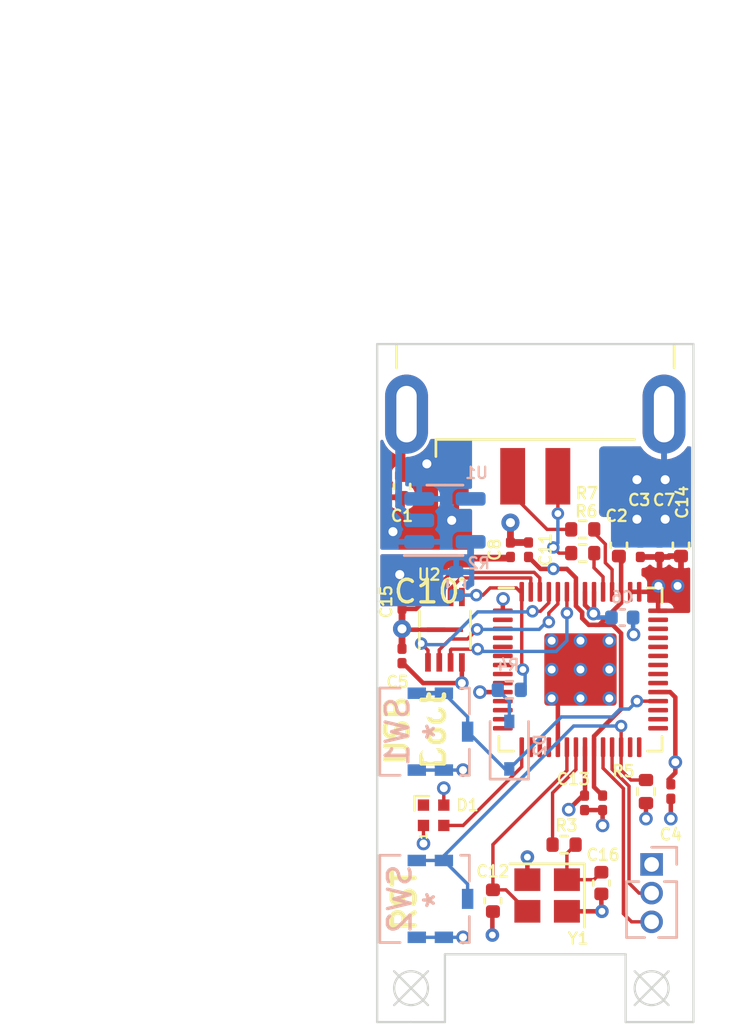
<source format=kicad_pcb>
(kicad_pcb (version 20211014) (generator pcbnew)
  (layers (0 "F.Cu" signal) (1 "In1.Cu" signal) (2 "In2.Cu" signal) (31 "B.Cu" signal) (34 "B.Paste" user) (35 "F.Paste" user) (36 "B.SilkS" user "B.Silkscreen") (37 "F.SilkS" user "F.Silkscreen") (38 "B.Mask" user) (39 "F.Mask" user) (44 "Edge.Cuts" user))
  (net 0 "")
  (net 1 "GND")
  (net 2 "+5V")
  (net 3 "+3V3")
  (net 4 "+1V1")
  (net 5 "Net-(C16-Pad2)")
  (net 6 "Net-(D2-Pad2)")
  (net 7 "/USBR_+")
  (net 36 "/QSPI_SD0")
  (net 37 "/X_IN")
  (net 38 "/RGB_DI")
  (net 39 "/USB_BOOT")
  (net 40 "/SWD")
  (net 41 "/SWCLK")
  (net 42 "/QSPI_CS")
  (net 43 "/X_OUT")
  (net 44 "/RESET")
  (net 45 "/QSPI_SD1")
  (net 46 "/QSPI_SD2")
  (net 47 "/QSPI_SD3")
  (net 48 "/QSPI_SCLK")
  (net 49 "/USB_-")
  (net 50 "/USB_+")
  (net 51 "/USBR_-")
  (footprint "Resistor_SMD:R_0402_1005Metric" (layer "F.Cu") (at 89.1 48.2 180)
    (fp_text reference "R7" (at -0.18 1.6 180) (layer "F.SilkS") (effects (font (size 0.5 0.5) (thickness 0.1))))
    (fp_text value "27.4")
    (pad "1" smd roundrect (at -0.51 0 180) (size 0.54 0.64) (layers "F.Cu" "F.Paste" "F.Mask") (net 51 "/USBR_-"))
    (pad "2" smd roundrect (at 0.51 0 180) (size 0.54 0.64) (layers "F.Cu" "F.Paste" "F.Mask") (net 49 "/USB_-"))
  )
  (footprint "Capacitor_SMD:C_0201_0603Metric" (layer "F.Cu") (at 91.65 49.1 -90)
    (fp_text reference "C3" (at -2.2 0.05) (layer "F.SilkS") (effects (font (size 0.5 0.5) (thickness 0.1))))
    (fp_text value "0.1uF")
    (pad "1" smd roundrect (at -0.32 0 270) (size 0.46 0.4) (layers "F.Cu" "F.Mask") (net 1 "GND"))
    (pad "2" smd roundrect (at 0.32 0 270) (size 0.46 0.4) (layers "F.Cu" "F.Mask") (net 3 "+3V3"))
  )
  (footprint "Capacitor_SMD:C_0402_1005Metric" (layer "F.Cu") (at 89.925 63.85 90)
    (fp_text reference "C16" (at 1.25 0.075 180) (layer "F.SilkS") (effects (font (size 0.5 0.5) (thickness 0.1))))
    (fp_text value "26pF")
    (pad "1" smd roundrect (at -0.48 0 90) (size 0.56 0.62) (layers "F.Cu" "F.Paste" "F.Mask") (net 1 "GND"))
    (pad "2" smd roundrect (at 0.48 0 90) (size 0.56 0.62) (layers "F.Cu" "F.Paste" "F.Mask") (net 5 "Net-(C16-Pad2)"))
  )
  (footprint "LED_SMD:LED_SK6812_EC15_1.5x1.5mm" (layer "F.Cu") (at 82.5 60.85 90)
    (fp_text reference "D1" (at 0.45 1.5 180) (layer "F.SilkS") (effects (font (size 0.5 0.5) (thickness 0.1))))
    (fp_text value "SK6812")
    (fp_text user "1" (at -0.925 -0.45 90) (layer "F.SilkS") (effects (font (size 0.3 0.3) (thickness 0.075))))
    (pad "1" smd rect (at -0.45 -0.45 90) (size 0.5 0.5) (layers "F.Cu" "F.Paste" "F.Mask") (net 1 "GND"))
    (pad "2" smd rect (at -0.45 0.45 90) (size 0.5 0.5) (layers "F.Cu" "F.Paste" "F.Mask") (net 38 "/RGB_DI"))
    (pad "3" smd rect (at 0.45 0.45 90) (size 0.5 0.5) (layers "F.Cu" "F.Paste" "F.Mask") (net 3 "+3V3"))
    (pad "4" smd rect (at 0.45 -0.45 90) (size 0.5 0.5) (layers "F.Cu" "F.Paste" "F.Mask"))
  )
  (footprint "Resistor_SMD:R_0402_1005Metric" (layer "F.Cu") (at 88.275 62.15 180)
    (fp_text reference "R3" (at -0.105 0.85) (layer "F.SilkS") (effects (font (size 0.5 0.5) (thickness 0.1))))
    (fp_text value "1k" hide)
    (pad "1" smd roundrect (at -0.51 0 180) (size 0.54 0.64) (layers "F.Cu" "F.Paste" "F.Mask") (net 5 "Net-(C16-Pad2)"))
    (pad "2" smd roundrect (at 0.51 0 180) (size 0.54 0.64) (layers "F.Cu" "F.Paste" "F.Mask") (net 43 "/X_OUT"))
  )
  (footprint "Capacitor_SMD:C_0201_0603Metric" (layer "F.Cu") (at 85.9 49.1 -90)
    (fp_text reference "C8" (at 0 0.7 -90) (layer "F.SilkS") (effects (font (size 0.5 0.5) (thickness 0.1))))
    (fp_text value "0.1uF")
    (pad "1" smd roundrect (at -0.32 0 270) (size 0.46 0.4) (layers "F.Cu" "F.Mask") (net 1 "GND"))
    (pad "2" smd roundrect (at 0.32 0 270) (size 0.46 0.4) (layers "F.Cu" "F.Mask") (net 3 "+3V3"))
  )
  (footprint "Crystal:Crystal_SMD_2520-4Pin_2.5x2.0mm" (layer "F.Cu") (at 87.525 64.4 180)
    (fp_text reference "Y1" (at -1.375 -1.9) (layer "F.SilkS") (effects (font (size 0.5 0.5) (thickness 0.1))))
    (fp_text value "Crystal_GND24" hide)
    (pad "1" smd rect (at -0.875 0.7 180) (size 1.15 1) (layers "F.Cu" "F.Paste" "F.Mask") (net 5 "Net-(C16-Pad2)"))
    (pad "2" smd rect (at 0.875 0.7 180) (size 1.15 1) (layers "F.Cu" "F.Paste" "F.Mask") (net 1 "GND"))
    (pad "3" smd rect (at 0.875 -0.7 180) (size 1.15 1) (layers "F.Cu" "F.Paste" "F.Mask") (net 37 "/X_IN"))
    (pad "4" smd rect (at -0.875 -0.7 180) (size 1.15 1) (layers "F.Cu" "F.Paste" "F.Mask") (net 1 "GND"))
  )
  (footprint "Capacitor_SMD:C_0201_0603Metric" (layer "F.Cu") (at 92.5 49.1 -90)
    (fp_text reference "C7" (at -2.2 -0.2 180) (layer "F.SilkS") (effects (font (size 0.5 0.5) (thickness 0.1))))
    (fp_text value "0.1uF")
    (pad "1" smd roundrect (at -0.32 0 270) (size 0.46 0.4) (layers "F.Cu" "F.Mask") (net 1 "GND"))
    (pad "2" smd roundrect (at 0.32 0 270) (size 0.46 0.4) (layers "F.Cu" "F.Mask") (net 3 "+3V3"))
  )
  (footprint "Capacitor_SMD:C_0201_0603Metric" (layer "F.Cu") (at 81.1 51.4 90)
    (fp_text reference "C15" (at 0 -0.7 90) (layer "F.SilkS") (effects (font (size 0.5 0.5) (thickness 0.1))))
    (fp_text value "0.1uF")
    (pad "1" smd roundrect (at -0.32 0 90) (size 0.46 0.4) (layers "F.Cu" "F.Mask") (net 1 "GND"))
    (pad "2" smd roundrect (at 0.32 0 90) (size 0.46 0.4) (layers "F.Cu" "F.Mask") (net 3 "+3V3"))
  )
  (footprint "Capacitor_SMD:C_0402_1005Metric" (layer "F.Cu") (at 81.1 46.3 -90)
    (fp_text reference "C1" (at 1.3 0 180) (layer "F.SilkS") (effects (font (size 0.5 0.5) (thickness 0.1))))
    (fp_text value "1uF")
    (pad "1" smd roundrect (at -0.48 0 270) (size 0.56 0.62) (layers "F.Cu" "F.Paste" "F.Mask") (net 1 "GND"))
    (pad "2" smd roundrect (at 0.48 0 270) (size 0.56 0.62) (layers "F.Cu" "F.Paste" "F.Mask") (net 2 "+5V"))
  )
  (footprint "Capacitor_SMD:C_0201_0603Metric" (layer "F.Cu") (at 93 59.8 90)
    (fp_text reference "C4" (at -1.9 0 180) (layer "F.SilkS") (effects (font (size 0.5 0.5) (thickness 0.1))))
    (fp_text value "0.1uF")
    (pad "1" smd roundrect (at -0.32 0 90) (size 0.46 0.4) (layers "F.Cu" "F.Mask") (net 1 "GND"))
    (pad "2" smd roundrect (at 0.32 0 90) (size 0.46 0.4) (layers "F.Cu" "F.Mask") (net 3 "+3V3"))
  )
  (footprint "Resistor_SMD:R_0402_1005Metric" (layer "F.Cu") (at 91.9 59.8 90)
    (fp_text reference "R5" (at 0.9 -1) (layer "F.SilkS") (effects (font (size 0.5 0.5) (thickness 0.1))))
    (fp_text value "10k" hide)
    (pad "1" smd roundrect (at -0.51 0 90) (size 0.54 0.64) (layers "F.Cu" "F.Paste" "F.Mask") (net 3 "+3V3"))
    (pad "2" smd roundrect (at 0.51 0 90) (size 0.54 0.64) (layers "F.Cu" "F.Paste" "F.Mask") (net 44 "/RESET"))
  )
  (footprint "Capacitor_SMD:C_0201_0603Metric" (layer "F.Cu") (at 89.98 60.3 90)
    (fp_text reference "C9" hide)
    (fp_text value "0.1uF")
    (pad "1" smd roundrect (at -0.32 0 90) (size 0.46 0.4) (layers "F.Cu" "F.Mask") (net 1 "GND"))
    (pad "2" smd roundrect (at 0.32 0 90) (size 0.46 0.4) (layers "F.Cu" "F.Mask") (net 4 "+1V1"))
  )
  (footprint "Capacitor_SMD:C_0201_0603Metric" (layer "F.Cu") (at 82.2 49.9 180)
    (fp_text reference "C10" (at 0 -1.05) (layer "F.SilkS"))
    (fp_text value "0.1uF")
    (pad "1" smd roundrect (at -0.32 0 180) (size 0.46 0.4) (layers "F.Cu" "F.Mask") (net 1 "GND"))
    (pad "2" smd roundrect (at 0.32 0 180) (size 0.46 0.4) (layers "F.Cu" "F.Mask") (net 3 "+3V3"))
  )
  (footprint "RP2040_minimal:RP2040-QFN-56" (layer "F.Cu") (at 89 54.4)
    (fp_text reference "U3" hide)
    (fp_text value "RP2040" hide)
    (pad "1" smd roundrect locked (at -3.4375 -2.6) (size 0.875 0.2) (layers "F.Cu" "F.Paste" "F.Mask") (net 3 "+3V3"))
    (pad "2" smd roundrect locked (at -3.4375 -2.2) (size 0.875 0.2) (layers "F.Cu" "F.Paste" "F.Mask"))
    (pad "3" smd roundrect locked (at -3.4375 -1.8) (size 0.875 0.2) (layers "F.Cu" "F.Paste" "F.Mask"))
    (pad "4" smd roundrect locked (at -3.4375 -1.4) (size 0.875 0.2) (layers "F.Cu" "F.Paste" "F.Mask"))
    (pad "5" smd roundrect locked (at -3.4375 -1) (size 0.875 0.2) (layers "F.Cu" "F.Paste" "F.Mask"))
    (pad "6" smd roundrect locked (at -3.4375 -0.6) (size 0.875 0.2) (layers "F.Cu" "F.Paste" "F.Mask"))
    (pad "7" smd roundrect locked (at -3.4375 -0.2) (size 0.875 0.2) (layers "F.Cu" "F.Paste" "F.Mask"))
    (pad "8" smd roundrect locked (at -3.4375 0.2) (size 0.875 0.2) (layers "F.Cu" "F.Paste" "F.Mask"))
    (pad "9" smd roundrect locked (at -3.4375 0.6) (size 0.875 0.2) (layers "F.Cu" "F.Paste" "F.Mask"))
    (pad "10" smd roundrect locked (at -3.4375 1) (size 0.875 0.2) (layers "F.Cu" "F.Paste" "F.Mask") (net 3 "+3V3"))
    (pad "11" smd roundrect locked (at -3.4375 1.4) (size 0.875 0.2) (layers "F.Cu" "F.Paste" "F.Mask"))
    (pad "12" smd roundrect locked (at -3.4375 1.8) (size 0.875 0.2) (layers "F.Cu" "F.Paste" "F.Mask"))
    (pad "13" smd roundrect locked (at -3.4375 2.2) (size 0.875 0.2) (layers "F.Cu" "F.Paste" "F.Mask"))
    (pad "14" smd roundrect locked (at -3.4375 2.6) (size 0.875 0.2) (layers "F.Cu" "F.Paste" "F.Mask"))
    (pad "15" smd roundrect locked (at -2.6 3.4375) (size 0.2 0.875) (layers "F.Cu" "F.Paste" "F.Mask") (net 38 "/RGB_DI"))
    (pad "16" smd roundrect locked (at -2.2 3.4375) (size 0.2 0.875) (layers "F.Cu" "F.Paste" "F.Mask"))
    (pad "17" smd roundrect locked (at -1.8 3.4375) (size 0.2 0.875) (layers "F.Cu" "F.Paste" "F.Mask"))
    (pad "18" smd roundrect locked (at -1.4 3.4375) (size 0.2 0.875) (layers "F.Cu" "F.Paste" "F.Mask"))
    (pad "19" smd roundrect locked (at -1 3.4375) (size 0.2 0.875) (layers "F.Cu" "F.Paste" "F.Mask") (net 1 "GND"))
    (pad "20" smd roundrect locked (at -0.6 3.4375) (size 0.2 0.875) (layers "F.Cu" "F.Paste" "F.Mask") (net 37 "/X_IN"))
    (pad "21" smd roundrect locked (at -0.2 3.4375) (size 0.2 0.875) (layers "F.Cu" "F.Paste" "F.Mask") (net 43 "/X_OUT"))
    (pad "22" smd roundrect locked (at 0.2 3.4375) (size 0.2 0.875) (layers "F.Cu" "F.Paste" "F.Mask") (net 3 "+3V3"))
    (pad "23" smd roundrect locked (at 0.6 3.4375) (size 0.2 0.875) (layers "F.Cu" "F.Paste" "F.Mask") (net 4 "+1V1"))
    (pad "24" smd roundrect locked (at 1 3.4375) (size 0.2 0.875) (layers "F.Cu" "F.Paste" "F.Mask") (net 41 "/SWCLK"))
    (pad "25" smd roundrect locked (at 1.4 3.4375) (size 0.2 0.875) (layers "F.Cu" "F.Paste" "F.Mask") (net 40 "/SWD"))
    (pad "26" smd roundrect locked (at 1.8 3.4375) (size 0.2 0.875) (layers "F.Cu" "F.Paste" "F.Mask") (net 44 "/RESET"))
    (pad "27" smd roundrect locked (at 2.2 3.4375) (size 0.2 0.875) (layers "F.Cu" "F.Paste" "F.Mask"))
    (pad "28" smd roundrect locked (at 2.6 3.4375) (size 0.2 0.875) (layers "F.Cu" "F.Paste" "F.Mask"))
    (pad "29" smd roundrect locked (at 3.4375 2.6) (size 0.875 0.2) (layers "F.Cu" "F.Paste" "F.Mask"))
    (pad "30" smd roundrect locked (at 3.4375 2.2) (size 0.875 0.2) (layers "F.Cu" "F.Paste" "F.Mask"))
    (pad "31" smd roundrect locked (at 3.4375 1.8) (size 0.875 0.2) (layers "F.Cu" "F.Paste" "F.Mask"))
    (pad "32" smd roundrect locked (at 3.4375 1.4) (size 0.875 0.2) (layers "F.Cu" "F.Paste" "F.Mask") (net 39 "/USB_BOOT"))
    (pad "33" smd roundrect locked (at 3.4375 1) (size 0.875 0.2) (layers "F.Cu" "F.Paste" "F.Mask") (net 3 "+3V3"))
    (pad "34" smd roundrect locked (at 3.4375 0.6) (size 0.875 0.2) (layers "F.Cu" "F.Paste" "F.Mask"))
    (pad "35" smd roundrect locked (at 3.4375 0.2) (size 0.875 0.2) (layers "F.Cu" "F.Paste" "F.Mask"))
    (pad "36" smd roundrect locked (at 3.4375 -0.2) (size 0.875 0.2) (layers "F.Cu" "F.Paste" "F.Mask"))
    (pad "37" smd roundrect locked (at 3.4375 -0.6) (size 0.875 0.2) (layers "F.Cu" "F.Paste" "F.Mask"))
    (pad "38" smd roundrect locked (at 3.4375 -1) (size 0.875 0.2) (layers "F.Cu" "F.Paste" "F.Mask"))
    (pad "39" smd roundrect locked (at 3.4375 -1.4) (size 0.875 0.2) (layers "F.Cu" "F.Paste" "F.Mask"))
    (pad "40" smd roundrect locked (at 3.4375 -1.8) (size 0.875 0.2) (layers "F.Cu" "F.Paste" "F.Mask"))
    (pad "41" smd roundrect locked (at 3.4375 -2.2) (size 0.875 0.2) (layers "F.Cu" "F.Paste" "F.Mask"))
    (pad "42" smd roundrect locked (at 3.4375 -2.6) (size 0.875 0.2) (layers "F.Cu" "F.Paste" "F.Mask") (net 3 "+3V3"))
    (pad "43" smd roundrect locked (at 2.6 -3.4375) (size 0.2 0.875) (layers "F.Cu" "F.Paste" "F.Mask") (net 3 "+3V3"))
    (pad "44" smd roundrect locked (at 2.2 -3.4375) (size 0.2 0.875) (layers "F.Cu" "F.Paste" "F.Mask") (net 3 "+3V3"))
    (pad "45" smd roundrect locked (at 1.8 -3.4375) (size 0.2 0.875) (layers "F.Cu" "F.Paste" "F.Mask") (net 4 "+1V1"))
    (pad "46" smd roundrect locked (at 1.4 -3.4375) (size 0.2 0.875) (layers "F.Cu" "F.Paste" "F.Mask") (net 51 "/USBR_-"))
    (pad "47" smd roundrect locked (at 1 -3.4375) (size 0.2 0.875) (layers "F.Cu" "F.Paste" "F.Mask") (net 7 "/USBR_+"))
    (pad "48" smd roundrect locked (at 0.6 -3.4375) (size 0.2 0.875) (layers "F.Cu" "F.Paste" "F.Mask") (net 3 "+3V3"))
    (pad "49" smd roundrect locked (at 0.2 -3.4375) (size 0.2 0.875) (layers "F.Cu" "F.Paste" "F.Mask") (net 3 "+3V3"))
    (pad "50" smd roundrect locked (at -0.2 -3.4375) (size 0.2 0.875) (layers "F.Cu" "F.Paste" "F.Mask") (net 4 "+1V1"))
    (pad "51" smd roundrect locked (at -0.6 -3.4375) (size 0.2 0.875) (layers "F.Cu" "F.Paste" "F.Mask") (net 47 "/QSPI_SD3"))
    (pad "52" smd roundrect locked (at -1 -3.4375) (size 0.2 0.875) (layers "F.Cu" "F.Paste" "F.Mask") (net 48 "/QSPI_SCLK"))
    (pad "53" smd roundrect locked (at -1.4 -3.4375) (size 0.2 0.875) (layers "F.Cu" "F.Paste" "F.Mask") (net 36 "/QSPI_SD0"))
    (pad "54" smd roundrect locked (at -1.8 -3.4375) (size 0.2 0.875) (layers "F.Cu" "F.Paste" "F.Mask") (net 46 "/QSPI_SD2"))
    (pad "55" smd roundrect locked (at -2.2 -3.4375) (size 0.2 0.875) (layers "F.Cu" "F.Paste" "F.Mask") (net 45 "/QSPI_SD1"))
    (pad "56" smd roundrect locked (at -2.6 -3.4375) (size 0.2 0.875) (layers "F.Cu" "F.Paste" "F.Mask") (net 42 "/QSPI_CS"))
    (pad "57" thru_hole circle locked (at 0 1.275) (size 0.6 0.6) (drill 0.35) (layers *.Cu) (net 1 "GND"))
    (pad "57" thru_hole circle locked (at 1.275 0) (size 0.6 0.6) (drill 0.35) (layers *.Cu) (net 1 "GND"))
    (pad "57" thru_hole circle locked (at 0 -1.275) (size 0.6 0.6) (drill 0.35) (layers *.Cu) (net 1 "GND"))
    (pad "57" thru_hole circle locked (at 1.275 -1.275) (size 0.6 0.6) (drill 0.35) (layers *.Cu) (net 1 "GND"))
    (pad "57" thru_hole circle locked (at 1.275 1.275) (size 0.6 0.6) (drill 0.35) (layers *.Cu) (net 1 "GND"))
    (pad "57" thru_hole circle locked (at 0 0) (size 0.6 0.6) (drill 0.35) (layers *.Cu) (net 1 "GND"))
    (pad "57" thru_hole circle locked (at -1.275 1.275) (size 0.6 0.6) (drill 0.35) (layers *.Cu) (net 1 "GND"))
    (pad "57" smd roundrect locked (at 0 0) (size 3.2 3.2) (layers "F.Cu" "F.Mask") (roundrect_rratio 0.045) (net 1 "GND"))
    (pad "57" thru_hole circle locked (at -1.275 -1.275) (size 0.6 0.6) (drill 0.35) (layers *.Cu) (net 1 "GND"))
    (pad "57" thru_hole circle locked (at -1.275 0) (size 0.6 0.6) (drill 0.35) (layers *.Cu) (net 1 "GND"))
  )
  (footprint "Capacitor_SMD:C_0402_1005Metric" (layer "F.Cu") (at 90.7 48.9 -90)
    (fp_text reference "C2" (at -1.3 0.1) (layer "F.SilkS") (effects (font (size 0.5 0.5) (thickness 0.1))))
    (fp_text value "1uF")
    (pad "1" smd roundrect (at -0.48 0 270) (size 0.56 0.62) (layers "F.Cu" "F.Paste" "F.Mask") (net 1 "GND"))
    (pad "2" smd roundrect (at 0.48 0 270) (size 0.56 0.62) (layers "F.Cu" "F.Paste" "F.Mask") (net 4 "+1V1"))
  )
  (footprint "Capacitor_SMD:C_0201_0603Metric" (layer "F.Cu") (at 81.1 53.8 -90)
    (fp_text reference "C5" (at 1.15 0.2 180) (layer "F.SilkS") (effects (font (size 0.5 0.5) (thickness 0.1))))
    (fp_text value "0.1uF")
    (pad "1" smd roundrect (at -0.32 0 270) (size 0.46 0.4) (layers "F.Cu" "F.Mask") (net 1 "GND"))
    (pad "2" smd roundrect (at 0.32 0 270) (size 0.46 0.4) (layers "F.Cu" "F.Mask") (net 3 "+3V3"))
  )
  (footprint "Capacitor_SMD:C_0201_0603Metric" (layer "F.Cu") (at 89.18 60.3 90)
    (fp_text reference "C13" (at 1.05 -0.5 180) (layer "F.SilkS") (effects (font (size 0.5 0.5) (thickness 0.1))))
    (fp_text value "0.1uF")
    (pad "1" smd roundrect (at -0.32 0 90) (size 0.46 0.4) (layers "F.Cu" "F.Mask") (net 1 "GND"))
    (pad "2" smd roundrect (at 0.32 0 90) (size 0.46 0.4) (layers "F.Cu" "F.Mask") (net 3 "+3V3"))
  )
  (footprint "Capacitor_SMD:C_0201_0603Metric" (layer "F.Cu") (at 86.7 49.1 -90)
    (fp_text reference "C11" (at 0 -0.75 -90) (layer "F.SilkS") (effects (font (size 0.5 0.5) (thickness 0.1))))
    (fp_text value "0.1uF")
    (pad "1" smd roundrect (at -0.32 0 270) (size 0.46 0.4) (layers "F.Cu" "F.Mask") (net 1 "GND"))
    (pad "2" smd roundrect (at 0.32 0 270) (size 0.46 0.4) (layers "F.Cu" "F.Mask") (net 4 "+1V1"))
  )
  (footprint "8-UFDFN:W25Q80DVUXIE TR" (layer "F.Cu") (at 83 52.638862 -90)
    (fp_text reference "U2" (at -2.438862 0.7 180) (layer "F.SilkS") (effects (font (size 0.5 0.5) (thickness 0.1))))
    (fp_text value "W25Q32JVZP" hide)
    (pad "1" smd rect (at -1.4478 -0.750189 270) (size 0.8128 0.254) (layers "F.Cu" "F.Paste" "F.Mask") (net 42 "/QSPI_CS"))
    (pad "2" smd rect (at -1.4478 -0.250063 270) (size 0.8128 0.254) (layers "F.Cu" "F.Paste" "F.Mask") (net 45 "/QSPI_SD1"))
    (pad "3" smd rect (at -1.4478 0.250063 270) (size 0.8128 0.254) (layers "F.Cu" "F.Paste" "F.Mask") (net 46 "/QSPI_SD2"))
    (pad "4" smd rect (at -1.4478 0.750189 270) (size 0.8128 0.254) (layers "F.Cu" "F.Paste" "F.Mask") (net 1 "GND"))
    (pad "5" smd rect (at 1.4478 0.750189 270) (size 0.8128 0.254) (layers "F.Cu" "F.Paste" "F.Mask") (net 36 "/QSPI_SD0"))
    (pad "6" smd rect (at 1.4478 0.250063 270) (size 0.8128 0.254) (layers "F.Cu" "F.Paste" "F.Mask") (net 48 "/QSPI_SCLK"))
    (pad "7" smd rect (at 1.4478 -0.250063 270) (size 0.8128 0.254) (layers "F.Cu" "F.Paste" "F.Mask") (net 47 "/QSPI_SD3"))
    (pad "8" smd rect (at 1.4478 -0.750189 270) (size 0.8128 0.254) (layers "F.Cu" "F.Paste" "F.Mask") (net 3 "+3V3"))
    (pad "9" smd rect (at 0 0 270) (size 0.2032 1.6002) (layers "F.Cu" "F.Paste" "F.Mask") (net 1 "GND"))
  )
  (footprint "Capacitor_SMD:C_0402_1005Metric" (layer "F.Cu") (at 93.45 48.9 -90)
    (fp_text reference "C14" (at -1.9 -0.05 -90) (layer "F.SilkS") (effects (font (size 0.5 0.5) (thickness 0.1))))
    (fp_text value "1uF")
    (pad "1" smd roundrect (at -0.48 0 270) (size 0.56 0.62) (layers "F.Cu" "F.Paste" "F.Mask") (net 1 "GND"))
    (pad "2" smd roundrect (at 0.48 0 270) (size 0.56 0.62) (layers "F.Cu" "F.Paste" "F.Mask") (net 3 "+3V3"))
  )
  (footprint "Connector_USB:USB_A_CNCTech_1001-011-01101_Horizontal" (layer "F.Cu") (at 87 36.2 90)
    (fp_text reference "J1" hide)
    (fp_text value "USB_A")
    (pad "" np_thru_hole circle locked (at -6.9 -2.3 90) (size 1.1 1.1) (drill 1.1) (layers *.Cu *.Mask))
    (pad "" np_thru_hole circle locked (at -6.9 2.3 90) (size 1.1 1.1) (drill 1.1) (layers *.Cu *.Mask))
    (pad "1" smd rect locked (at -9.65 -3.5 90) (size 2.5 1.1) (layers "F.Cu" "F.Paste" "F.Mask") (net 2 "+5V"))
    (pad "2" smd rect locked (at -9.65 -1 90) (size 2.5 1.1) (layers "F.Cu" "F.Paste" "F.Mask") (net 49 "/USB_-"))
    (pad "3" smd rect locked (at -9.65 1 90) (size 2.5 1.1) (layers "F.Cu" "F.Paste" "F.Mask") (net 50 "/USB_+"))
    (pad "4" smd rect locked (at -9.65 3.5 90) (size 2.5 1.1) (layers "F.Cu" "F.Paste" "F.Mask") (net 1 "GND"))
    (pad "5" thru_hole oval locked (at -6.9 -5.7 90) (size 3.5 1.9) (drill oval 2.5 0.9) (layers *.Cu *.Mask) (net 1 "GND"))
    (pad "5" thru_hole oval locked (at -6.9 5.7 90) (size 3.5 1.9) (drill oval 2.5 0.9) (layers *.Cu *.Mask) (net 1 "GND"))
  )
  (footprint "Capacitor_SMD:C_0402_1005Metric" (layer "F.Cu") (at 85.125 64.63 90)
    (fp_text reference "C12" (at 1.3 -0.005) (layer "F.SilkS") (effects (font (size 0.5 0.5) (thickness 0.1))))
    (fp_text value "26pF")
    (pad "1" smd roundrect (at -0.48 0 90) (size 0.56 0.62) (layers "F.Cu" "F.Paste" "F.Mask") (net 1 "GND"))
    (pad "2" smd roundrect (at 0.48 0 90) (size 0.56 0.62) (layers "F.Cu" "F.Paste" "F.Mask") (net 37 "/X_IN"))
  )
  (footprint "Resistor_SMD:R_0402_1005Metric" (layer "F.Cu") (at 89.1 49.25 180)
    (fp_text reference "R6" (at -0.16 1.85 180) (layer "F.SilkS") (effects (font (size 0.5 0.5) (thickness 0.1))))
    (fp_text value "27.4")
    (pad "1" smd roundrect (at -0.51 0 180) (size 0.54 0.64) (layers "F.Cu" "F.Paste" "F.Mask") (net 7 "/USBR_+"))
    (pad "2" smd roundrect (at 0.51 0 180) (size 0.54 0.64) (layers "F.Cu" "F.Paste" "F.Mask") (net 50 "/USB_+"))
  )
  (footprint "Connector_PinHeader_1.27mm:PinHeader_1x03_P1.27mm_Vertical" (layer "B.Cu") (at 92.15 63.025 180)
    (fp_text reference "J2" hide)
    (fp_text value "Conn_01x03_Female" hide)
    (pad "1" thru_hole rect (at 0 0 180) (size 1 1) (drill 0.65) (layers *.Cu *.Mask) (net 1 "GND"))
    (pad "2" thru_hole oval (at 0 -1.27 180) (size 1 1) (drill 0.65) (layers *.Cu *.Mask) (net 40 "/SWD"))
    (pad "3" thru_hole oval (at 0 -2.54 180) (size 1 1) (drill 0.65) (layers *.Cu *.Mask) (net 41 "/SWCLK"))
  )
  (footprint "R-WHATEVER:R-667799" (layer "B.Cu") (at 82.1 57.15 90)
    (fp_text reference "SW1" (at 0 -1.2 90) (layer "B.SilkS") (effects (justify mirror)))
    (fp_text value "R-667799" hide)
    (fp_text user "*" (at 0 0.5 90) (layer "B.SilkS") (effects (justify mirror)))
    (pad "" np_thru_hole circle (at 1.000001 0.2542 90) (size 0.7112 0.7112) (drill 0.7112) (layers *.Cu *.Mask))
    (pad "" np_thru_hole circle (at -1.000001 0.2542 90) (size 0.7112 0.7112) (drill 0.7112) (layers *.Cu *.Mask))
    (pad "A" smd rect (at -1.700002 -0.345799 90) (size 0.508 0.8128) (layers "B.Cu" "B.Paste" "B.Mask") (net 1 "GND"))
    (pad "B1" smd rect (at 1.700002 -0.345799 90) (size 0.508 0.8128) (layers "B.Cu" "B.Paste" "B.Mask") (net 39 "/USB_BOOT"))
    (pad "B2" smd rect (at 1.700002 0.854199 90) (size 0.508 0.8128) (layers "B.Cu" "B.Paste" "B.Mask") (net 39 "/USB_BOOT"))
    (pad "B3" smd rect (at 0 1.904199 90) (size 0.889 0.508) (layers "B.Cu" "B.Paste" "B.Mask") (net 39 "/USB_BOOT"))
    (pad "G" smd rect (at -1.700002 0.854199 90) (size 0.508 0.8128) (layers "B.Cu" "B.Paste" "B.Mask") (net 1 "GND"))
  )
  (footprint "Package_TO_SOT_SMD:SOT-23-5" (layer "B.Cu") (at 83 47.8)
    (fp_text reference "U1" (at 1.4 -2.1) (layer "B.SilkS") (effects (font (size 0.5 0.5) (thickness 0.1)) (justify mirror)))
    (fp_text value "AP2127K-3.3")
    (pad "1" smd roundrect (at -1.1375 0.95) (size 1.325 0.6) (layers "B.Cu" "B.Paste" "B.Mask") (net 2 "+5V"))
    (pad "2" smd roundrect (at -1.1375 0) (size 1.325 0.6) (layers "B.Cu" "B.Paste" "B.Mask") (net 1 "GND"))
    (pad "3" smd roundrect (at -1.1375 -0.95) (size 1.325 0.6) (layers "B.Cu" "B.Paste" "B.Mask") (net 2 "+5V"))
    (pad "4" smd roundrect (at 1.1375 -0.95) (size 1.325 0.6) (layers "B.Cu" "B.Paste" "B.Mask"))
    (pad "5" smd roundrect (at 1.1375 0.95) (size 1.325 0.6) (layers "B.Cu" "B.Paste" "B.Mask") (net 3 "+3V3"))
  )
  (footprint "Capacitor_SMD:C_0402_1005Metric" (layer "B.Cu") (at 90.85 52.1 180)
    (fp_text reference "C6" (at 0 0.9) (layer "B.SilkS") (effects (font (size 0.5 0.5) (thickness 0.1)) (justify mirror)))
    (fp_text value "1uF")
    (pad "1" smd roundrect (at -0.48 0 180) (size 0.56 0.62) (layers "B.Cu" "B.Paste" "B.Mask") (net 1 "GND"))
    (pad "2" smd roundrect (at 0.48 0 180) (size 0.56 0.62) (layers "B.Cu" "B.Paste" "B.Mask") (net 3 "+3V3"))
  )
  (footprint "Diode_SMD:D_SOD-323" (layer "B.Cu") (at 85.85 57.75 90)
    (fp_text reference "D2" (at 0 1.35 90) (layer "B.SilkS") (effects (font (size 0.5 0.5) (thickness 0.1)) (justify mirror)))
    (fp_text value "NSR0320" hide)
    (pad "1" smd rect (at -1.05 0 90) (size 0.6 0.45) (layers "B.Cu" "B.Paste" "B.Mask") (net 39 "/USB_BOOT"))
    (pad "2" smd rect (at 1.05 0 90) (size 0.6 0.45) (layers "B.Cu" "B.Paste" "B.Mask") (net 6 "Net-(D2-Pad2)"))
  )
  (footprint "R-WHATEVER:R-667799" (layer "B.Cu") (at 82.1 64.55 90)
    (fp_text reference "SW2" (at 0 -1.1 90) (layer "B.SilkS") (effects (justify mirror)))
    (fp_text value "R-667799" hide)
    (fp_text user "*" (at -0.05 0.5 90) (layer "B.SilkS") (effects (justify mirror)))
    (pad "" np_thru_hole circle (at -1.000001 0.2542 90) (size 0.7112 0.7112) (drill 0.7112) (layers *.Cu *.Mask))
    (pad "" np_thru_hole circle (at 1.000001 0.2542 90) (size 0.7112 0.7112) (drill 0.7112) (layers *.Cu *.Mask))
    (pad "A" smd rect (at -1.700002 -0.345799 90) (size 0.508 0.8128) (layers "B.Cu" "B.Paste" "B.Mask") (net 1 "GND"))
    (pad "B1" smd rect (at 1.700002 -0.345799 90) (size 0.508 0.8128) (layers "B.Cu" "B.Paste" "B.Mask") (net 44 "/RESET"))
    (pad "B2" smd rect (at 1.700002 0.854199 90) (size 0.508 0.8128) (layers "B.Cu" "B.Paste" "B.Mask") (net 44 "/RESET"))
    (pad "B3" smd rect (at 0 1.904199 90) (size 0.889 0.508) (layers "B.Cu" "B.Paste" "B.Mask") (net 44 "/RESET"))
    (pad "G" smd rect (at -1.700002 0.854199 90) (size 0.508 0.8128) (layers "B.Cu" "B.Paste" "B.Mask") (net 1 "GND"))
  )
  (footprint "Resistor_SMD:R_0402_1005Metric" (layer "B.Cu") (at 85.85 55.3 180)
    (fp_text reference "R4" (at 0.05 1.1) (layer "B.SilkS") (effects (font (size 0.5 0.5) (thickness 0.1)) (justify mirror)))
    (fp_text value "1k" hide)
    (pad "1" smd roundrect (at -0.51 0 180) (size 0.54 0.64) (layers "B.Cu" "B.Paste" "B.Mask") (net 42 "/QSPI_CS"))
    (pad "2" smd roundrect (at 0.51 0 180) (size 0.54 0.64) (layers "B.Cu" "B.Paste" "B.Mask") (net 6 "Net-(D2-Pad2)"))
  )
  (footprint "Resistor_SMD:R_0402_1005Metric" (layer "B.Cu") (at 83.5 50.6 90)
    (fp_text reference "R2" (at 0.9 1) (layer "B.SilkS") (effects (font (size 0.5 0.5) (thickness 0.1)) (justify mirror)))
    (fp_text value "10k")
    (pad "1" smd roundrect (at -0.51 0 90) (size 0.54 0.64) (layers "B.Cu" "B.Paste" "B.Mask") (net 42 "/QSPI_CS"))
    (pad "2" smd roundrect (at 0.51 0 90) (size 0.54 0.64) (layers "B.Cu" "B.Paste" "B.Mask") (net 3 "+3V3"))
  )
  (gr_line (start 80 70) (end 81.5 70) (layer "Edge.Cuts") (width 0.1))
  (gr_line (start 91 67) (end 91 70) (layer "Edge.Cuts") (width 0.1))
  (gr_line (start 80 40) (end 80 70) (layer "Edge.Cuts") (width 0.1))
  (gr_line (start 81.5 70) (end 83 70) (layer "Edge.Cuts") (width 0.1))
  (gr_line (start 83 67) (end 91 67) (layer "Edge.Cuts") (width 0.1))
  (gr_line (start 91 70) (end 94 70) (layer "Edge.Cuts") (width 0.1))
  (gr_line (start 94 40) (end 80 40) (layer "Edge.Cuts") (width 0.1))
  (gr_line (start 83 70) (end 83 67) (layer "Edge.Cuts") (width 0.1))
  (gr_line (start 94 70) (end 94 40) (layer "Edge.Cuts") (width 0.1))
  (gr_text "RST" (at 81.2 64.6 90) (layer "F.SilkS") (effects (font (size 1 1) (thickness 0.2))))
  (gr_text "USB\nBoot" (at 81.7 57.1 90) (layer "F.SilkS") (effects (font (size 1 1) (thickness 0.2))))
  (target x (at 81.5 68.5) (size 1.5) (width 0.1) (layer "Edge.Cuts"))
  (target x (at 92.15 68.5) (size 1.5) (width 0.1) (layer "Edge.Cuts"))
  (segment (start 88.4 65.1) (end 89.725 65.1) (width 0.2) (layer "F.Cu") (net 1))
  (segment (start 89.925 64.33) (end 89.925 65.3) (width 0.2) (layer "F.Cu") (net 1))
  (segment (start 81.1 53.43) (end 81.1 52.6) (width 0.3) (layer "F.Cu") (net 1))
  (segment (start 81.1 45.82) (end 81.1 43.3) (width 0.3) (layer "F.Cu") (net 1))
  (segment (start 87.725 55.675) (end 88 55.95) (width 0.2) (layer "F.Cu") (net 1))
  (segment (start 81.1 43.3) (end 81.3 43.1) (width 0.3) (layer "F.Cu") (net 1))
  (segment (start 89.725 65.1) (end 89.925 65.3) (width 0.2) (layer "F.Cu") (net 1))
  (segment (start 83 52.638862) (end 81.138862 52.638862) (width 0.2) (layer "F.Cu") (net 1))
  (segment (start 89.18 60.62) (end 89.98 60.62) (width 0.2) (layer "F.Cu") (net 1))
  (segment (start 81.1 51.72) (end 81.720873 51.72) (width 0.2) (layer "F.Cu") (net 1))
  (segment (start 82.52 50.314473) (end 82.52 49.9) (width 0.2) (layer "F.Cu") (net 1))
  (segment (start 88 55.95) (end 88 57.8375) (width 0.2) (layer "F.Cu") (net 1))
  (segment (start 86.7 48.78) (end 85.9 48.78) (width 0.3) (layer "F.Cu") (net 1))
  (segment (start 85.9 48.78) (end 85.9 47.9) (width 0.3) (layer "F.Cu") (net 1))
  (segment (start 82.249811 50.584662) (end 82.52 50.314473) (width 0.2) (layer "F.Cu") (net 1))
  (segment (start 81.720873 51.72) (end 82.249811 51.191062) (width 0.2) (layer "F.Cu") (net 1))
  (segment (start 86.65 63.7) (end 86.65 62.7) (width 0.2) (layer "F.Cu") (net 1))
  (segment (start 82.249811 51.191062) (end 82.249811 50.584662) (width 0.2) (layer "F.Cu") (net 1))
  (segment (start 93 61) (end 93 60.28) (width 0.2) (layer "F.Cu") (net 1))
  (segment (start 85.1 66.08) (end 85.1 65.135) (width 0.2) (layer "F.Cu") (net 1))
  (segment (start 81.138862 52.638862) (end 81.1 52.6) (width 0.2) (layer "F.Cu") (net 1))
  (segment (start 89.98 60.62) (end 89.98 61.3) (width 0.2) (layer "F.Cu") (net 1))
  (segment (start 81.1 52.6) (end 81.1 51.72) (width 0.3) (layer "F.Cu") (net 1))
  (segment (start 82.05 62.1) (end 82.05 61.3) (width 0.15) (layer "F.Cu") (net 1))
  (segment (start 85.1 65.135) (end 85.125 65.11) (width 0.2) (layer "F.Cu") (net 1))
  (via (at 86.65 62.7) (size 0.6) (drill 0.3) (layers "F.Cu" "B.Cu") (net 1))
  (via (at 85.1 66.15) (size 0.6) (drill 0.3) (layers "F.Cu" "B.Cu") (net 1))
  (via (at 92.75 46) (size 0.8) (drill 0.4) (layers "F.Cu" "B.Cu") (net 1))
  (via (at 93 61) (size 0.6) (drill 0.35) (layers "F.Cu" "B.Cu") (net 1))
  (via (at 91.5 46) (size 0.8) (drill 0.4) (layers "F.Cu" "B.Cu") (net 1))
  (via (at 85.9 47.9) (size 0.8) (drill 0.4) (layers "F.Cu" "B.Cu") (net 1))
  (via (at 83.8 66.25) (size 0.6) (drill 0.35) (layers "F.Cu" "B.Cu") (net 1))
  (via (at 83.8 58.85) (size 0.6) (drill 0.35) (layers "F.Cu" "B.Cu") (net 1))
  (via (at 82.05 62.1) (size 0.6) (drill 0.35) (layers "F.Cu" "B.Cu") (net 1))
  (via (at 81.1 52.6) (size 0.8) (drill 0.4) (layers "F.Cu" "B.Cu") (net 1))
  (via (at 89.95 65.1) (size 0.6) (drill 0.3) (layers "F.Cu" "B.Cu") (net 1))
  (via (at 91.35 52.85) (size 0.6) (drill 0.35) (layers "F.Cu" "B.Cu") (net 1))
  (via (at 92.75 47.75) (size 0.8) (drill 0.4) (layers "F.Cu" "B.Cu") (net 1))
  (via (at 91.5 47.75) (size 0.8) (drill 0.4) (layers "F.Cu" "B.Cu") (net 1))
  (via (at 89.98 61.3) (size 0.6) (drill 0.35) (layers "F.Cu" "B.Cu") (net 1))
  (segment (start 83.8 66.25) (end 83.799998 66.250002) (width 0.15) (layer "B.Cu") (net 1))
  (segment (start 83.799998 58.850002) (end 83.8 58.85) (width 0.15) (layer "B.Cu") (net 1))
  (segment (start 80.95048 43.44952) (end 81.3 43.1) (width 0.3) (layer "B.Cu") (net 1))
  (segment (start 81.584994 47.8) (end 80.95048 47.165486) (width 0.3) (layer "B.Cu") (net 1))
  (segment (start 80.95048 47.165486) (end 80.95048 43.44952) (width 0.3) (layer "B.Cu") (net 1))
  (segment (start 81.8625 47.8) (end 81.584994 47.8) (width 0.3) (layer "B.Cu") (net 1))
  (segment (start 83.799998 66.250002) (end 81.754201 66.250002) (width 0.15) (layer "B.Cu") (net 1))
  (segment (start 91.33 52.1) (end 91.33 52.83) (width 0.2) (layer "B.Cu") (net 1))
  (segment (start 91.33 52.83) (end 91.35 52.85) (width 0.2) (layer "B.Cu") (net 1))
  (segment (start 82.954199 58.850002) (end 83.799998 58.850002) (width 0.15) (layer "B.Cu") (net 1))
  (segment (start 81.754201 58.850002) (end 82.954199 58.850002) (width 0.15) (layer "B.Cu") (net 1))
  (via (at 80.7 48.3) (size 0.8) (drill 0.4) (layers "F.Cu" "B.Cu") (net 2))
  (via (at 82.2 45.3) (size 0.8) (drill 0.4) (layers "F.Cu" "B.Cu") (net 2))
  (via (at 83.3 47.8) (size 0.8) (drill 0.4) (layers "F.Cu" "B.Cu") (net 2))
  (segment (start 81.1 50.3) (end 81 50.2) (width 0.2) (layer "F.Cu") (net 3))
  (segment (start 85.5625 51.2875) (end 85.575 51.275) (width 0.2) (layer "F.Cu") (net 3))
  (segment (start 83.750189 54.999811) (end 83.75 55) (width 0.2) (layer "F.Cu") (net 3))
  (segment (start 81.88 49.9) (end 81.3 49.9) (width 0.2) (layer "F.Cu") (net 3))
  (segment (start 89.2 59.96) (end 89.18 59.98) (width 0.2) (layer "F.Cu") (net 3))
  (segment (start 82.95 59.65) (end 82.95 60.4) (width 0.15) (layer "F.Cu") (net 3))
  (segment (start 89.2 57.8375) (end 89.2 59.96) (width 0.2) (layer "F.Cu") (net 3))
  (segment (start 93.2 58.5) (end 93.2 58.97) (width 0.2) (layer "F.Cu") (net 3))
  (segment (start 85.9 49.42) (end 85.85 49.47) (width 0.3) (layer "F.Cu") (net 3))
  (segment (start 89.2 51.55) (end 89.55 51.9) (width 0.2) (layer "F.Cu") (net 3))
  (segment (start 89.2 50.9625) (end 89.2 51.55) (width 0.2) (layer "F.Cu") (net 3))
  (segment (start 91.9 61) (end 91.9 60.31) (width 0.2) (layer "F.Cu") (net 3))
  (segment (start 84.55 55.4) (end 85.5625 55.4) (width 0.2) (layer "F.Cu") (net 3))
  (segment (start 81.3 49.9) (end 81 50.2) (width 0.2) (layer "F.Cu") (net 3))
  (segment (start 88.48 60.6) (end 89.1 59.98) (width 0.2) (layer "F.Cu") (net 3))
  (segment (start 85.5625 51.8) (end 85.5625 51.2875) (width 0.2) (layer "F.Cu") (net 3))
  (segment (start 85.85 49.47) (end 84.1 49.47) (width 0.3) (layer "F.Cu") (net 3))
  (segment (start 82.03 55) (end 81.1 54.07) (width 0.2) (layer "F.Cu") (net 3))
  (segment (start 81.1 51.08) (end 81.1 50.3) (width 0.2) (layer "F.Cu") (net 3))
  (segment (start 89.6 50.9625) (end 89.6 51.85) (width 0.2) (layer "F.Cu") (net 3))
  (segment (start 89.1 59.98) (end 89.18 59.98) (width 0.2) (layer "F.Cu") (net 3))
  (segment (start 92.4375 55.4) (end 92.969295 55.4) (width 0.2) (layer "F.Cu") (net 3))
  (segment (start 93.2 58.97) (end 92.9 59.27) (width 0.2) (layer "F.Cu") (net 3))
  (segment (start 83.75 55) (end 82.03 55) (width 0.2) (layer "F.Cu") (net 3))
  (segment (start 93.2 55.630705) (end 93.2 58.5) (width 0.2) (layer "F.Cu") (net 3))
  (segment (start 91.2 50.9625) (end 91.6 50.9625) (width 0.2) (layer "F.Cu") (net 3))
  (segment (start 92.969295 55.4) (end 93.2 55.630705) (width 0.2) (layer "F.Cu") (net 3))
  (segment (start 83.750189 54.086662) (end 83.750189 54.999811) (width 0.2) (layer "F.Cu") (net 3))
  (segment (start 89.6 51.85) (end 89.55 51.9) (width 0.2) (layer "F.Cu") (net 3))
  (via (at 91.9 61) (size 0.6) (drill 0.35) (layers "F.Cu" "B.Cu") (net 3))
  (via (at 83.75 55) (size 0.6) (drill 0.35) (layers "F.Cu" "B.Cu") (net 3))
  (via (at 88.48 60.6) (size 0.6) (drill 0.35) (layers "F.Cu" "B.Cu") (net 3))
  (via (at 93.3 50.7) (size 0.6) (drill 0.35) (layers "F.Cu" "B.Cu") (net 3))
  (via (at 93.2 58.5) (size 0.6) (drill 0.35) (layers "F.Cu" "B.Cu") (net 3))
  (via (at 92.45 50.7) (size 0.6) (drill 0.35) (layers "F.Cu" "B.Cu") (net 3))
  (via (at 89.575 51.925) (size 0.6) (drill 0.35) (layers "F.Cu" "B.Cu") (net 3))
  (via (at 81 50.2) (size 0.8) (drill 0.4) (layers "F.Cu" "B.Cu") (net 3))
  (via (at 85.575 51.275) (size 0.6) (drill 0.35) (layers "F.Cu" "B.Cu") (net 3))
  (via (at 84.55 55.4) (size 0.6) (drill 0.35) (layers "F.Cu" "B.Cu") (net 3))
  (via (at 82.95 59.65) (size 0.6) (drill 0.35) (layers "F.Cu" "B.Cu") (net 3))
  (segment (start 90.37 52.1) (end 89.75 52.1) (width 0.2) (layer "B.Cu") (net 3))
  (segment (start 89.75 52.1) (end 89.575 51.925) (width 0.2) (layer "B.Cu") (net 3))
  (segment (start 89.575 51.925) (end 89.55 51.9) (width 0.2) (layer "B.Cu") (net 3))
  (segment (start 84.1375 48.75) (end 84.1375 49.5375) (width 0.3) (layer "B.Cu") (net 3))
  (segment (start 89.6 59.6) (end 89.6 57.8375) (width 0.2) (layer "F.Cu") (net 4))
  (segment (start 88.4 49.95) (end 87.8 49.95) (width 0.2) (layer "F.Cu") (net 4))
  (segment (start 89.825489 52.424511) (end 90.8 51.45) (width 0.2) (layer "F.Cu") (net 4))
  (segment (start 90.8 49.68) (end 90.9 49.58) (width 0.2) (layer "F.Cu") (net 4))
  (segment (start 89.075489 51.865489) (end 89.075489 52.135489) (width 0.2) (layer "F.Cu") (net 4))
  (segment (start 89.98 59.98) (end 89.6 59.6) (width 0.2) (layer "F.Cu") (net 4))
  (segment (start 90.79952 52.80171) (end 90.79952 56.15048) (width 0.2) (layer "F.Cu") (net 4))
  (segment (start 88.8 51.59) (end 89.075489 51.865489) (width 0.2) (layer "F.Cu") (net 4))
  (segment (start 87.23 49.95) (end 86.7 49.42) (width 0.2) (layer "F.Cu") (net 4))
  (segment (start 89.674511 52.424511) (end 90.422321 52.424511) (width 0.2) (layer "F.Cu") (net 4))
  (segment (start 90.8 51.45) (end 90.8 50.9625) (width 0.2) (layer "F.Cu") (net 4))
  (segment (start 90.79952 56.15048) (end 89.6 57.35) (width 0.2) (layer "F.Cu") (net 4))
  (segment (start 89.075489 52.135489) (end 89.364511 52.424511) (width 0.2) (layer "F.Cu") (net 4))
  (segment (start 89.98 59.966415) (end 89.98 59.98) (width 0.2) (layer "F.Cu") (net 4))
  (segment (start 89.674511 52.424511) (end 89.825489 52.424511) (width 0.2) (layer "F.Cu") (net 4))
  (segment (start 90.422321 52.424511) (end 90.79952 52.80171) (width 0.2) (layer "F.Cu") (net 4))
  (segment (start 88.8 50.9625) (end 88.8 51.59) (width 0.2) (layer "F.Cu") (net 4))
  (segment (start 88.8 50.9625) (end 88.8 50.35) (width 0.2) (layer "F.Cu") (net 4))
  (segment (start 88.8 50.35) (end 88.4 49.95) (width 0.2) (layer "F.Cu") (net 4))
  (segment (start 89.364511 52.424511) (end 89.674511 52.424511) (width 0.2) (layer "F.Cu") (net 4))
  (segment (start 90.8 50.9625) (end 90.8 49.68) (width 0.2) (layer "F.Cu") (net 4))
  (segment (start 89.6 57.35) (end 89.6 57.8375) (width 0.2) (layer "F.Cu") (net 4))
  (segment (start 87.8 49.95) (end 87.23 49.95) (width 0.2) (layer "F.Cu") (net 4))
  (via (at 87.8 49.95) (size 0.55) (drill 0.3) (layers "F.Cu" "B.Cu") (net 4))
  (segment (start 89.925 63.37) (end 89.595 63.7) (width 0.15) (layer "F.Cu") (net 5))
  (segment (start 88.785 62.15) (end 88.4 62.535) (width 0.15) (layer "F.Cu") (net 5))
  (segment (start 89.595 63.7) (end 88.4 63.7) (width 0.15) (layer "F.Cu") (net 5))
  (segment (start 88.4 62.535) (end 88.4 63.7) (width 0.15) (layer "F.Cu") (net 5))
  (segment (start 88.73 63.37) (end 88.4 63.7) (width 0.2) (layer "F.Cu") (net 5))
  (segment (start 85.34 55.3) (end 85.85 55.81) (width 0.15) (layer "B.Cu") (net 6))
  (segment (start 85.85 55.81) (end 85.85 56.7) (width 0.15) (layer "B.Cu") (net 6))
  (segment (start 89.6 49.9) (end 89.6 49.26) (width 0.15) (layer "F.Cu") (net 7))
  (segment (start 89.6 49.26) (end 89.61 49.25) (width 0.15) (layer "F.Cu") (net 7))
  (segment (start 90 50.3) (end 89.6 49.9) (width 0.15) (layer "F.Cu") (net 7))
  (segment (start 90 50.9625) (end 90 50.3) (width 0.15) (layer "F.Cu") (net 7))
  (segment (start 87.6 50.9625) (end 87.6 51.45) (width 0.15) (layer "F.Cu") (net 36))
  (segment (start 86.8245 51.824506) (end 86.875494 51.824506) (width 0.15) (layer "F.Cu") (net 36))
  (segment (start 82.249811 54.086662) (end 82.249811 53.549811) (width 0.15) (layer "F.Cu") (net 36))
  (segment (start 86.875494 51.824506) (end 87.225494 51.824506) (width 0.15) (layer "F.Cu") (net 36))
  (segment (start 82.249811 53.549811) (end 81.95 53.25) (width 0.15) (layer "F.Cu") (net 36))
  (segment (start 87.225494 51.824506) (end 87.6 51.45) (width 0.15) (layer "F.Cu") (net 36))
  (via (at 81.95 53.25) (size 0.55) (drill 0.3) (layers "F.Cu" "B.Cu") (net 36))
  (via (at 86.875494 51.824506) (size 0.55) (drill 0.3) (layers "F.Cu" "B.Cu") (net 36))
  (segment (start 83 53.3) (end 82 53.3) (width 0.15) (layer "B.Cu") (net 36))
  (segment (start 84.45 51.85) (end 86.799006 51.85) (width 0.15) (layer "B.Cu") (net 36))
  (segment (start 82 53.3) (end 81.95 53.25) (width 0.15) (layer "B.Cu") (net 36))
  (segment (start 86.799006 51.85) (end 86.8245 51.824506) (width 0.15) (layer "B.Cu") (net 36))
  (segment (start 84.45 51.85) (end 83 53.3) (width 0.15) (layer "B.Cu") (net 36))
  (segment (start 85.125 64.15) (end 85.7 64.15) (width 0.15) (layer "F.Cu") (net 37))
  (segment (start 85.7 64.15) (end 86.65 65.1) (width 0.15) (layer "F.Cu") (net 37))
  (segment (start 88.4 58.872126) (end 85.125 62.147126) (width 0.15) (layer "F.Cu") (net 37))
  (segment (start 85.125 64.25) (end 85.125 64.15) (width 0.2) (layer "F.Cu") (net 37))
  (segment (start 85.125 62.147126) (end 85.125 64.15) (width 0.15) (layer "F.Cu") (net 37))
  (segment (start 85.15 64.125) (end 85.125 64.15) (width 0.2) (layer "F.Cu") (net 37))
  (segment (start 88.4 57.8375) (end 88.4 58.872126) (width 0.15) (layer "F.Cu") (net 37))
  (segment (start 86.4 58.707299) (end 86.4 57.8375) (width 0.15) (layer "F.Cu") (net 38))
  (segment (start 83.807299 61.3) (end 86.4 58.707299) (width 0.15) (layer "F.Cu") (net 38))
  (segment (start 82.95 61.3) (end 83.807299 61.3) (width 0.15) (layer "F.Cu") (net 38))
  (segment (start 92.4375 55.8) (end 91.5 55.8) (width 0.15) (layer "F.Cu") (net 39))
  (via (at 91.5 55.8) (size 0.55) (drill 0.3) (layers "F.Cu" "B.Cu") (net 39))
  (segment (start 82.954199 55.449998) (end 84.004199 56.499998) (width 0.15) (layer "B.Cu") (net 39))
  (segment (start 81.759321 55.444878) (end 82.949079 55.444878) (width 0.2) (layer "B.Cu") (net 39))
  (segment (start 81.754201 55.449998) (end 81.759321 55.444878) (width 0.2) (layer "B.Cu") (net 39))
  (segment (start 91.150489 56.149511) (end 90.750489 56.149511) (width 0.15) (layer "B.Cu") (net 39))
  (segment (start 91.5 55.8) (end 91.150489 56.149511) (width 0.15) (layer "B.Cu") (net 39))
  (segment (start 85.654199 58.8) (end 85.85 58.8) (width 0.15) (layer "B.Cu") (net 39))
  (segment (start 84.004199 56.499998) (end 84.004199 57.15) (width 0.15) (layer "B.Cu") (net 39))
  (segment (start 90.4 56.5) (end 88.15 56.5) (width 0.15) (layer "B.Cu") (net 39))
  (segment (start 82.949079 55.444878) (end 82.954199 55.449998) (width 0.2) (layer "B.Cu") (net 39))
  (segment (start 84.004199 57.15) (end 85.654199 58.8) (width 0.15) (layer "B.Cu") (net 39))
  (segment (start 88.15 56.5) (end 85.85 58.8) (width 0.15) (layer "B.Cu") (net 39))
  (segment (start 90.750489 56.149511) (end 90.4 56.5) (width 0.15) (layer "B.Cu") (net 39))
  (segment (start 91.14952 63.84952) (end 91.595 64.295) (width 0.15) (layer "F.Cu") (net 40))
  (segment (start 91.14952 59.561848) (end 91.14952 63.84952) (width 0.15) (layer "F.Cu") (net 40))
  (segment (start 90.4 58.812328) (end 91.14952 59.561848) (width 0.15) (layer "F.Cu") (net 40))
  (segment (start 91.595 64.295) (end 92.15 64.295) (width 0.15) (layer "F.Cu") (net 40))
  (segment (start 90.4 57.8375) (end 90.4 58.812328) (width 0.15) (layer "F.Cu") (net 40))
  (segment (start 90 57.8375) (end 90 58.765202) (width 0.15) (layer "F.Cu") (net 41))
  (segment (start 91.265 65.565) (end 92.15 65.565) (width 0.15) (layer "F.Cu") (net 41))
  (segment (start 90.9 59.665202) (end 90.9 65.2) (width 0.15) (layer "F.Cu") (net 41))
  (segment (start 90.9 65.2) (end 91.265 65.565) (width 0.15) (layer "F.Cu") (net 41))
  (segment (start 90 58.765202) (end 90.9 59.665202) (width 0.15) (layer "F.Cu") (net 41))
  (segment (start 84.39 51.11) (end 84.68 51.11) (width 0.15) (layer "F.Cu") (net 42))
  (segment (start 86.4 54.35) (end 86.45 54.4) (width 0.15) (layer "F.Cu") (net 42))
  (segment (start 84.68 51.11) (end 85 50.79) (width 0.15) (layer "F.Cu") (net 42))
  (segment (start 86.16 50.79) (end 86.3325 50.9625) (width 0.15) (layer "F.Cu") (net 42))
  (segment (start 85 50.79) (end 86.16 50.79) (width 0.15) (layer "F.Cu") (net 42))
  (segment (start 83.831251 51.11) (end 83.750189 51.191062) (width 0.15) (layer "F.Cu") (net 42))
  (segment (start 84.39 51.11) (end 83.831251 51.11) (width 0.15) (layer "F.Cu") (net 42))
  (segment (start 86.3325 50.9625) (end 86.4 50.9625) (width 0.15) (layer "F.Cu") (net 42))
  (segment (start 86.4 50.9625) (end 86.4 54.35) (width 0.15) (layer "F.Cu") (net 42))
  (via (at 84.39 51.11) (size 0.55) (drill 0.3) (layers "F.Cu" "B.Cu") (net 42))
  (via (at 86.45 54.4) (size 0.55) (drill 0.3) (layers "F.Cu" "B.Cu") (net 42))
  (segment (start 86.55 55.11) (end 86.36 55.3) (width 0.15) (layer "B.Cu") (net 42))
  (segment (start 86.55 54.4) (end 86.55 55.11) (width 0.15) (layer "B.Cu") (net 42))
  (segment (start 83.5 51.11) (end 84.39 51.11) (width 0.15) (layer "B.Cu") (net 42))
  (segment (start 87.765 59.86) (end 88.8 58.825) (width 0.15) (layer "F.Cu") (net 43))
  (segment (start 88.8 58.825) (end 88.8 57.8375) (width 0.15) (layer "F.Cu") (net 43))
  (segment (start 87.765 62.15) (end 87.765 59.86) (width 0.15) (layer "F.Cu") (net 43))
  (segment (start 90.8 58.859454) (end 91.230546 59.29) (width 0.15) (layer "F.Cu") (net 44))
  (segment (start 90.8 57.8375) (end 90.8 58.859454) (width 0.15) (layer "F.Cu") (net 44))
  (segment (start 91.230546 59.29) (end 91.9 59.29) (width 0.15) (layer "F.Cu") (net 44))
  (segment (start 90.8 57.8375) (end 90.8 56.9) (width 0.15) (layer "F.Cu") (net 44))
  (via (at 90.8 56.9) (size 0.55) (drill 0.3) (layers "F.Cu" "B.Cu") (net 44))
  (segment (start 88.7 56.9) (end 90.8 56.9) (width 0.15) (layer "B.Cu") (net 44))
  (segment (start 82.949079 62.844878) (end 82.954199 62.849998) (width 0.2) (layer "B.Cu") (net 44))
  (segment (start 82.954199 62.849998) (end 84.004199 63.899998) (width 0.15) (layer "B.Cu") (net 44))
  (segment (start 81.754201 62.849998) (end 82.954199 62.849998) (width 0.15) (layer "B.Cu") (net 44))
  (segment (start 81.754201 62.849998) (end 81.759321 62.844878) (width 0.2) (layer "B.Cu") (net 44))
  (segment (start 82.954199 62.849998) (end 82.954199 62.645801) (width 0.15) (layer "B.Cu") (net 44))
  (segment (start 82.954199 62.645801) (end 88.7 56.9) (width 0.15) (layer "B.Cu") (net 44))
  (segment (start 84.004199 63.899998) (end 84.004199 64.55) (width 0.15) (layer "B.Cu") (net 44))
  (segment (start 83.250063 50.808766) (end 83.708829 50.35) (width 0.15) (layer "F.Cu") (net 45))
  (segment (start 83.708829 50.35) (end 86.8 50.35) (width 0.15) (layer "F.Cu") (net 45))
  (segment (start 86.8 50.35) (end 86.8 50.9625) (width 0.15) (layer "F.Cu") (net 45))
  (segment (start 83.250063 51.191062) (end 83.250063 50.808766) (width 0.15) (layer "F.Cu") (net 45))
  (segment (start 83.284119 50.10048) (end 86.95048 50.10048) (width 0.15) (layer "F.Cu") (net 46))
  (segment (start 82.749937 51.191062) (end 82.749937 50.634662) (width 0.15) (layer "F.Cu") (net 46))
  (segment (start 86.95048 50.10048) (end 87.2 50.35) (width 0.15) (layer "F.Cu") (net 46))
  (segment (start 87.2 50.35) (end 87.2 50.9625) (width 0.15) (layer "F.Cu") (net 46))
  (segment (start 82.749937 50.634662) (end 83.284119 50.10048) (width 0.15) (layer "F.Cu") (net 46))
  (segment (start 83.250063 54.086662) (end 83.250063 53.530262) (width 0.15) (layer "F.Cu") (net 47))
  (segment (start 88.4 50.9625) (end 88.4 51.9) (width 0.15) (layer "F.Cu") (net 47))
  (segment (start 83.280325 53.5) (end 84.45 53.5) (width 0.15) (layer "F.Cu") (net 47))
  (segment (start 83.250063 53.530262) (end 83.280325 53.5) (width 0.15) (layer "F.Cu") (net 47))
  (via (at 88.4 51.9) (size 0.55) (drill 0.3) (layers "F.Cu" "B.Cu") (net 47))
  (via (at 84.45 53.5) (size 0.55) (drill 0.3) (layers "F.Cu" "B.Cu") (net 47))
  (segment (start 84.549511 53.599511) (end 87.92155 53.599511) (width 0.15) (layer "B.Cu") (net 47))
  (segment (start 88.4 53.121061) (end 88.4 51.9) (width 0.15) (layer "B.Cu") (net 47))
  (segment (start 87.92155 53.599511) (end 88.4 53.121061) (width 0.15) (layer "B.Cu") (net 47))
  (segment (start 84.45 53.5) (end 84.549511 53.599511) (width 0.15) (layer "B.Cu") (net 47))
  (segment (start 84.425 52.625) (end 84.45 52.6) (width 0.15) (layer "F.Cu") (net 48))
  (segment (start 82.749937 53.530262) (end 83.230199 53.05) (width 0.15) (layer "F.Cu") (net 48))
  (segment (start 84.45 52.6) (end 84.5 52.6) (width 0.15) (layer "F.Cu") (net 48))
  (segment (start 87.6 52.3) (end 87.6 51.9) (width 0.15) (layer "F.Cu") (net 48))
  (segment (start 84 53.05) (end 84.425 52.625) (width 0.15) (layer "F.Cu") (net 48))
  (segment (start 82.749937 54.086662) (end 82.749937 53.530262) (width 0.15) (layer "F.Cu") (net 48))
  (segment (start 87.6 51.9) (end 88 51.5) (width 0.15) (layer "F.Cu") (net 48))
  (segment (start 88 51.5) (end 88 50.9625) (width 0.15) (layer "F.Cu") (net 48))
  (segment (start 83.230199 53.05) (end 84 53.05) (width 0.15) (layer "F.Cu") (net 48))
  (via (at 84.425 52.625) (size 0.55) (drill 0.3) (layers "F.Cu" "B.Cu") (net 48))
  (via (at 87.6 52.3) (size 0.55) (drill 0.3) (layers "F.Cu" "B.Cu") (net 48))
  (segment (start 84.425 52.625) (end 87.175 52.625) (width 0.15) (layer "B.Cu") (net 48))
  (segment (start 87.5 52.3) (end 87.6 52.3) (width 0.15) (layer "B.Cu") (net 48))
  (segment (start 87.175 52.625) (end 87.5 52.3) (width 0.15) (layer "B.Cu") (net 48))
  (segment (start 87.522482 48.2) (end 86 46.677518) (width 0.15) (layer "F.Cu") (net 49))
  (segment (start 86 46.677518) (end 86 45.85) (width 0.15) (layer "F.Cu") (net 49))
  (segment (start 88.59 48.2) (end 87.522482 48.2) (width 0.15) (layer "F.Cu") (net 49))
  (segment (start 88 47.5) (end 88 45.85) (width 0.15) (layer "F.Cu") (net 50))
  (segment (start 88 47.6) (end 88 47.5) (width 0.15) (layer "F.Cu") (net 50))
  (segment (start 88.59 49.25) (end 88.05 49.25) (width 0.15) (layer "F.Cu") (net 50))
  (segment (start 88.05 49.25) (end 87.8 49) (width 0.15) (layer "F.Cu") (net 50))
  (via (at 87.8 49) (size 0.55) (drill 0.3) (layers "F.Cu" "B.Cu") (net 50))
  (via (at 88 47.5) (size 0.55) (drill 0.3) (layers "F.Cu" "B.Cu") (net 50))
  (segment (start 88 48.8) (end 88 47.5) (width 0.15) (layer "B.Cu") (net 50))
  (segment (start 87.8 49) (end 88 48.8) (width 0.15) (layer "B.Cu") (net 50))
  (segment (start 89.6 48.35) (end 89.42 48.35) (width 0.15) (layer "F.Cu") (net 51))
  (segment (start 90.1 49.676219) (end 90.1 48.85) (width 0.15) (layer "F.Cu") (net 51))
  (segment (start 90.4 49.976219) (end 90.1 49.676219) (width 0.15) (layer "F.Cu") (net 51))
  (segment (start 90.1 48.85) (end 89.6 48.35) (width 0.15) (layer "F.Cu") (net 51))
  (segment (start 90.4 50.9625) (end 90.4 49.976219) (width 0.15) (layer "F.Cu") (net 51))
  (zone (net 3) (net_name "+3V3") (layers F&B.Cu) (connect_pads (clearance 0.14)) (min_thickness 0.14) (fill yes (thermal_gap 0.254) (thermal_bridge_width 0.254))
    (polygon (pts (xy 84.3 51.6) (xy 79.9 51.6) (xy 79.9 49.3) (xy 84.3 49.3)))
  )
  (zone (net 3) (net_name "+3V3") (layer "F.Cu") (connect_pads (clearance 0.14)) (min_thickness 0.14) (fill yes (thermal_gap 0.254) (thermal_bridge_width 0.254))
    (polygon (pts (xy 94.05 51.9) (xy 91.7 51.9) (xy 91.7 49.2) (xy 94.05 49.2)))
  )
  (zone (net 1) (net_name "GND") (layers "F.Cu" "In1.Cu" "B.Cu") (connect_pads (clearance 0.1)) (min_thickness 0.0254) (fill yes (thermal_gap 0.254) (thermal_bridge_width 0.254) (smoothing fillet) (radius 0.18))
    (polygon (pts (xy 94.025 49) (xy 91.9 49) (xy 90.35 49) (xy 90.35 47.65) (xy 89.825 47.65) (xy 89.825 44.525) (xy 94.025 44.525)))
  )
  (zone (net 2) (net_name "+5V") (layers F&B.Cu) (connect_pads (clearance 0.14)) (min_thickness 0.14) (fill yes (thermal_gap 0.254) (thermal_bridge_width 0.254))
    (polygon (pts (xy 84.2 49.1) (xy 79.9 49.1) (xy 80 44.2) (xy 84.2 44.2)))
  )
)
</source>
